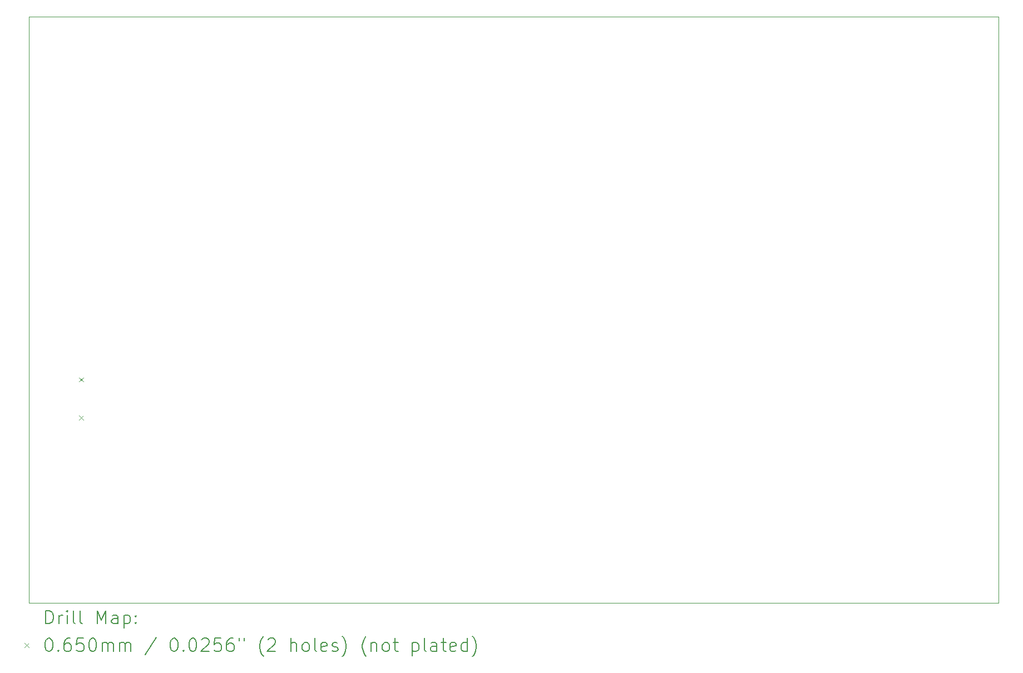
<source format=gbr>
%TF.GenerationSoftware,KiCad,Pcbnew,(6.0.7)*%
%TF.CreationDate,2023-05-24T13:21:02-04:00*%
%TF.ProjectId,ECELab_v1,4543454c-6162-45f7-9631-2e6b69636164,rev?*%
%TF.SameCoordinates,Original*%
%TF.FileFunction,Drillmap*%
%TF.FilePolarity,Positive*%
%FSLAX45Y45*%
G04 Gerber Fmt 4.5, Leading zero omitted, Abs format (unit mm)*
G04 Created by KiCad (PCBNEW (6.0.7)) date 2023-05-24 13:21:02*
%MOMM*%
%LPD*%
G01*
G04 APERTURE LIST*
%ADD10C,0.100000*%
%ADD11C,0.200000*%
%ADD12C,0.065000*%
G04 APERTURE END LIST*
D10*
X10393680Y-15212060D02*
X10393680Y-6283960D01*
X25146000Y-15212060D02*
X10393680Y-15212060D01*
X15748000Y-6283960D02*
X25146000Y-6283960D01*
X25146000Y-6283960D02*
X25146000Y-15212060D01*
X10393680Y-6283960D02*
X15748000Y-6283960D01*
D11*
D12*
X11154460Y-11779060D02*
X11219460Y-11844060D01*
X11219460Y-11779060D02*
X11154460Y-11844060D01*
X11154460Y-12357060D02*
X11219460Y-12422060D01*
X11219460Y-12357060D02*
X11154460Y-12422060D01*
D11*
X10646299Y-15527536D02*
X10646299Y-15327536D01*
X10693918Y-15327536D01*
X10722490Y-15337060D01*
X10741537Y-15356108D01*
X10751061Y-15375155D01*
X10760585Y-15413250D01*
X10760585Y-15441822D01*
X10751061Y-15479917D01*
X10741537Y-15498965D01*
X10722490Y-15518012D01*
X10693918Y-15527536D01*
X10646299Y-15527536D01*
X10846299Y-15527536D02*
X10846299Y-15394203D01*
X10846299Y-15432298D02*
X10855823Y-15413250D01*
X10865347Y-15403727D01*
X10884394Y-15394203D01*
X10903442Y-15394203D01*
X10970109Y-15527536D02*
X10970109Y-15394203D01*
X10970109Y-15327536D02*
X10960585Y-15337060D01*
X10970109Y-15346584D01*
X10979632Y-15337060D01*
X10970109Y-15327536D01*
X10970109Y-15346584D01*
X11093918Y-15527536D02*
X11074870Y-15518012D01*
X11065347Y-15498965D01*
X11065347Y-15327536D01*
X11198680Y-15527536D02*
X11179632Y-15518012D01*
X11170109Y-15498965D01*
X11170109Y-15327536D01*
X11427251Y-15527536D02*
X11427251Y-15327536D01*
X11493918Y-15470393D01*
X11560585Y-15327536D01*
X11560585Y-15527536D01*
X11741537Y-15527536D02*
X11741537Y-15422774D01*
X11732013Y-15403727D01*
X11712966Y-15394203D01*
X11674870Y-15394203D01*
X11655823Y-15403727D01*
X11741537Y-15518012D02*
X11722489Y-15527536D01*
X11674870Y-15527536D01*
X11655823Y-15518012D01*
X11646299Y-15498965D01*
X11646299Y-15479917D01*
X11655823Y-15460869D01*
X11674870Y-15451346D01*
X11722489Y-15451346D01*
X11741537Y-15441822D01*
X11836775Y-15394203D02*
X11836775Y-15594203D01*
X11836775Y-15403727D02*
X11855823Y-15394203D01*
X11893918Y-15394203D01*
X11912966Y-15403727D01*
X11922489Y-15413250D01*
X11932013Y-15432298D01*
X11932013Y-15489441D01*
X11922489Y-15508488D01*
X11912966Y-15518012D01*
X11893918Y-15527536D01*
X11855823Y-15527536D01*
X11836775Y-15518012D01*
X12017728Y-15508488D02*
X12027251Y-15518012D01*
X12017728Y-15527536D01*
X12008204Y-15518012D01*
X12017728Y-15508488D01*
X12017728Y-15527536D01*
X12017728Y-15403727D02*
X12027251Y-15413250D01*
X12017728Y-15422774D01*
X12008204Y-15413250D01*
X12017728Y-15403727D01*
X12017728Y-15422774D01*
D12*
X10323680Y-15824560D02*
X10388680Y-15889560D01*
X10388680Y-15824560D02*
X10323680Y-15889560D01*
D11*
X10684394Y-15747536D02*
X10703442Y-15747536D01*
X10722490Y-15757060D01*
X10732013Y-15766584D01*
X10741537Y-15785631D01*
X10751061Y-15823727D01*
X10751061Y-15871346D01*
X10741537Y-15909441D01*
X10732013Y-15928488D01*
X10722490Y-15938012D01*
X10703442Y-15947536D01*
X10684394Y-15947536D01*
X10665347Y-15938012D01*
X10655823Y-15928488D01*
X10646299Y-15909441D01*
X10636775Y-15871346D01*
X10636775Y-15823727D01*
X10646299Y-15785631D01*
X10655823Y-15766584D01*
X10665347Y-15757060D01*
X10684394Y-15747536D01*
X10836775Y-15928488D02*
X10846299Y-15938012D01*
X10836775Y-15947536D01*
X10827251Y-15938012D01*
X10836775Y-15928488D01*
X10836775Y-15947536D01*
X11017728Y-15747536D02*
X10979632Y-15747536D01*
X10960585Y-15757060D01*
X10951061Y-15766584D01*
X10932013Y-15795155D01*
X10922490Y-15833250D01*
X10922490Y-15909441D01*
X10932013Y-15928488D01*
X10941537Y-15938012D01*
X10960585Y-15947536D01*
X10998680Y-15947536D01*
X11017728Y-15938012D01*
X11027251Y-15928488D01*
X11036775Y-15909441D01*
X11036775Y-15861822D01*
X11027251Y-15842774D01*
X11017728Y-15833250D01*
X10998680Y-15823727D01*
X10960585Y-15823727D01*
X10941537Y-15833250D01*
X10932013Y-15842774D01*
X10922490Y-15861822D01*
X11217728Y-15747536D02*
X11122490Y-15747536D01*
X11112966Y-15842774D01*
X11122490Y-15833250D01*
X11141537Y-15823727D01*
X11189156Y-15823727D01*
X11208204Y-15833250D01*
X11217728Y-15842774D01*
X11227251Y-15861822D01*
X11227251Y-15909441D01*
X11217728Y-15928488D01*
X11208204Y-15938012D01*
X11189156Y-15947536D01*
X11141537Y-15947536D01*
X11122490Y-15938012D01*
X11112966Y-15928488D01*
X11351061Y-15747536D02*
X11370108Y-15747536D01*
X11389156Y-15757060D01*
X11398680Y-15766584D01*
X11408204Y-15785631D01*
X11417728Y-15823727D01*
X11417728Y-15871346D01*
X11408204Y-15909441D01*
X11398680Y-15928488D01*
X11389156Y-15938012D01*
X11370108Y-15947536D01*
X11351061Y-15947536D01*
X11332013Y-15938012D01*
X11322489Y-15928488D01*
X11312966Y-15909441D01*
X11303442Y-15871346D01*
X11303442Y-15823727D01*
X11312966Y-15785631D01*
X11322489Y-15766584D01*
X11332013Y-15757060D01*
X11351061Y-15747536D01*
X11503442Y-15947536D02*
X11503442Y-15814203D01*
X11503442Y-15833250D02*
X11512966Y-15823727D01*
X11532013Y-15814203D01*
X11560585Y-15814203D01*
X11579632Y-15823727D01*
X11589156Y-15842774D01*
X11589156Y-15947536D01*
X11589156Y-15842774D02*
X11598680Y-15823727D01*
X11617728Y-15814203D01*
X11646299Y-15814203D01*
X11665347Y-15823727D01*
X11674870Y-15842774D01*
X11674870Y-15947536D01*
X11770108Y-15947536D02*
X11770108Y-15814203D01*
X11770108Y-15833250D02*
X11779632Y-15823727D01*
X11798680Y-15814203D01*
X11827251Y-15814203D01*
X11846299Y-15823727D01*
X11855823Y-15842774D01*
X11855823Y-15947536D01*
X11855823Y-15842774D02*
X11865347Y-15823727D01*
X11884394Y-15814203D01*
X11912966Y-15814203D01*
X11932013Y-15823727D01*
X11941537Y-15842774D01*
X11941537Y-15947536D01*
X12332013Y-15738012D02*
X12160585Y-15995155D01*
X12589156Y-15747536D02*
X12608204Y-15747536D01*
X12627251Y-15757060D01*
X12636775Y-15766584D01*
X12646299Y-15785631D01*
X12655823Y-15823727D01*
X12655823Y-15871346D01*
X12646299Y-15909441D01*
X12636775Y-15928488D01*
X12627251Y-15938012D01*
X12608204Y-15947536D01*
X12589156Y-15947536D01*
X12570108Y-15938012D01*
X12560585Y-15928488D01*
X12551061Y-15909441D01*
X12541537Y-15871346D01*
X12541537Y-15823727D01*
X12551061Y-15785631D01*
X12560585Y-15766584D01*
X12570108Y-15757060D01*
X12589156Y-15747536D01*
X12741537Y-15928488D02*
X12751061Y-15938012D01*
X12741537Y-15947536D01*
X12732013Y-15938012D01*
X12741537Y-15928488D01*
X12741537Y-15947536D01*
X12874870Y-15747536D02*
X12893918Y-15747536D01*
X12912966Y-15757060D01*
X12922489Y-15766584D01*
X12932013Y-15785631D01*
X12941537Y-15823727D01*
X12941537Y-15871346D01*
X12932013Y-15909441D01*
X12922489Y-15928488D01*
X12912966Y-15938012D01*
X12893918Y-15947536D01*
X12874870Y-15947536D01*
X12855823Y-15938012D01*
X12846299Y-15928488D01*
X12836775Y-15909441D01*
X12827251Y-15871346D01*
X12827251Y-15823727D01*
X12836775Y-15785631D01*
X12846299Y-15766584D01*
X12855823Y-15757060D01*
X12874870Y-15747536D01*
X13017728Y-15766584D02*
X13027251Y-15757060D01*
X13046299Y-15747536D01*
X13093918Y-15747536D01*
X13112966Y-15757060D01*
X13122489Y-15766584D01*
X13132013Y-15785631D01*
X13132013Y-15804679D01*
X13122489Y-15833250D01*
X13008204Y-15947536D01*
X13132013Y-15947536D01*
X13312966Y-15747536D02*
X13217728Y-15747536D01*
X13208204Y-15842774D01*
X13217728Y-15833250D01*
X13236775Y-15823727D01*
X13284394Y-15823727D01*
X13303442Y-15833250D01*
X13312966Y-15842774D01*
X13322489Y-15861822D01*
X13322489Y-15909441D01*
X13312966Y-15928488D01*
X13303442Y-15938012D01*
X13284394Y-15947536D01*
X13236775Y-15947536D01*
X13217728Y-15938012D01*
X13208204Y-15928488D01*
X13493918Y-15747536D02*
X13455823Y-15747536D01*
X13436775Y-15757060D01*
X13427251Y-15766584D01*
X13408204Y-15795155D01*
X13398680Y-15833250D01*
X13398680Y-15909441D01*
X13408204Y-15928488D01*
X13417728Y-15938012D01*
X13436775Y-15947536D01*
X13474870Y-15947536D01*
X13493918Y-15938012D01*
X13503442Y-15928488D01*
X13512966Y-15909441D01*
X13512966Y-15861822D01*
X13503442Y-15842774D01*
X13493918Y-15833250D01*
X13474870Y-15823727D01*
X13436775Y-15823727D01*
X13417728Y-15833250D01*
X13408204Y-15842774D01*
X13398680Y-15861822D01*
X13589156Y-15747536D02*
X13589156Y-15785631D01*
X13665347Y-15747536D02*
X13665347Y-15785631D01*
X13960585Y-16023727D02*
X13951061Y-16014203D01*
X13932013Y-15985631D01*
X13922489Y-15966584D01*
X13912966Y-15938012D01*
X13903442Y-15890393D01*
X13903442Y-15852298D01*
X13912966Y-15804679D01*
X13922489Y-15776108D01*
X13932013Y-15757060D01*
X13951061Y-15728488D01*
X13960585Y-15718965D01*
X14027251Y-15766584D02*
X14036775Y-15757060D01*
X14055823Y-15747536D01*
X14103442Y-15747536D01*
X14122489Y-15757060D01*
X14132013Y-15766584D01*
X14141537Y-15785631D01*
X14141537Y-15804679D01*
X14132013Y-15833250D01*
X14017728Y-15947536D01*
X14141537Y-15947536D01*
X14379632Y-15947536D02*
X14379632Y-15747536D01*
X14465347Y-15947536D02*
X14465347Y-15842774D01*
X14455823Y-15823727D01*
X14436775Y-15814203D01*
X14408204Y-15814203D01*
X14389156Y-15823727D01*
X14379632Y-15833250D01*
X14589156Y-15947536D02*
X14570108Y-15938012D01*
X14560585Y-15928488D01*
X14551061Y-15909441D01*
X14551061Y-15852298D01*
X14560585Y-15833250D01*
X14570108Y-15823727D01*
X14589156Y-15814203D01*
X14617728Y-15814203D01*
X14636775Y-15823727D01*
X14646299Y-15833250D01*
X14655823Y-15852298D01*
X14655823Y-15909441D01*
X14646299Y-15928488D01*
X14636775Y-15938012D01*
X14617728Y-15947536D01*
X14589156Y-15947536D01*
X14770108Y-15947536D02*
X14751061Y-15938012D01*
X14741537Y-15918965D01*
X14741537Y-15747536D01*
X14922489Y-15938012D02*
X14903442Y-15947536D01*
X14865347Y-15947536D01*
X14846299Y-15938012D01*
X14836775Y-15918965D01*
X14836775Y-15842774D01*
X14846299Y-15823727D01*
X14865347Y-15814203D01*
X14903442Y-15814203D01*
X14922489Y-15823727D01*
X14932013Y-15842774D01*
X14932013Y-15861822D01*
X14836775Y-15880869D01*
X15008204Y-15938012D02*
X15027251Y-15947536D01*
X15065347Y-15947536D01*
X15084394Y-15938012D01*
X15093918Y-15918965D01*
X15093918Y-15909441D01*
X15084394Y-15890393D01*
X15065347Y-15880869D01*
X15036775Y-15880869D01*
X15017728Y-15871346D01*
X15008204Y-15852298D01*
X15008204Y-15842774D01*
X15017728Y-15823727D01*
X15036775Y-15814203D01*
X15065347Y-15814203D01*
X15084394Y-15823727D01*
X15160585Y-16023727D02*
X15170108Y-16014203D01*
X15189156Y-15985631D01*
X15198680Y-15966584D01*
X15208204Y-15938012D01*
X15217728Y-15890393D01*
X15217728Y-15852298D01*
X15208204Y-15804679D01*
X15198680Y-15776108D01*
X15189156Y-15757060D01*
X15170108Y-15728488D01*
X15160585Y-15718965D01*
X15522489Y-16023727D02*
X15512966Y-16014203D01*
X15493918Y-15985631D01*
X15484394Y-15966584D01*
X15474870Y-15938012D01*
X15465347Y-15890393D01*
X15465347Y-15852298D01*
X15474870Y-15804679D01*
X15484394Y-15776108D01*
X15493918Y-15757060D01*
X15512966Y-15728488D01*
X15522489Y-15718965D01*
X15598680Y-15814203D02*
X15598680Y-15947536D01*
X15598680Y-15833250D02*
X15608204Y-15823727D01*
X15627251Y-15814203D01*
X15655823Y-15814203D01*
X15674870Y-15823727D01*
X15684394Y-15842774D01*
X15684394Y-15947536D01*
X15808204Y-15947536D02*
X15789156Y-15938012D01*
X15779632Y-15928488D01*
X15770108Y-15909441D01*
X15770108Y-15852298D01*
X15779632Y-15833250D01*
X15789156Y-15823727D01*
X15808204Y-15814203D01*
X15836775Y-15814203D01*
X15855823Y-15823727D01*
X15865347Y-15833250D01*
X15874870Y-15852298D01*
X15874870Y-15909441D01*
X15865347Y-15928488D01*
X15855823Y-15938012D01*
X15836775Y-15947536D01*
X15808204Y-15947536D01*
X15932013Y-15814203D02*
X16008204Y-15814203D01*
X15960585Y-15747536D02*
X15960585Y-15918965D01*
X15970108Y-15938012D01*
X15989156Y-15947536D01*
X16008204Y-15947536D01*
X16227251Y-15814203D02*
X16227251Y-16014203D01*
X16227251Y-15823727D02*
X16246299Y-15814203D01*
X16284394Y-15814203D01*
X16303442Y-15823727D01*
X16312966Y-15833250D01*
X16322489Y-15852298D01*
X16322489Y-15909441D01*
X16312966Y-15928488D01*
X16303442Y-15938012D01*
X16284394Y-15947536D01*
X16246299Y-15947536D01*
X16227251Y-15938012D01*
X16436775Y-15947536D02*
X16417728Y-15938012D01*
X16408204Y-15918965D01*
X16408204Y-15747536D01*
X16598680Y-15947536D02*
X16598680Y-15842774D01*
X16589156Y-15823727D01*
X16570108Y-15814203D01*
X16532013Y-15814203D01*
X16512966Y-15823727D01*
X16598680Y-15938012D02*
X16579632Y-15947536D01*
X16532013Y-15947536D01*
X16512966Y-15938012D01*
X16503442Y-15918965D01*
X16503442Y-15899917D01*
X16512966Y-15880869D01*
X16532013Y-15871346D01*
X16579632Y-15871346D01*
X16598680Y-15861822D01*
X16665347Y-15814203D02*
X16741537Y-15814203D01*
X16693918Y-15747536D02*
X16693918Y-15918965D01*
X16703442Y-15938012D01*
X16722489Y-15947536D01*
X16741537Y-15947536D01*
X16884394Y-15938012D02*
X16865347Y-15947536D01*
X16827251Y-15947536D01*
X16808204Y-15938012D01*
X16798680Y-15918965D01*
X16798680Y-15842774D01*
X16808204Y-15823727D01*
X16827251Y-15814203D01*
X16865347Y-15814203D01*
X16884394Y-15823727D01*
X16893918Y-15842774D01*
X16893918Y-15861822D01*
X16798680Y-15880869D01*
X17065347Y-15947536D02*
X17065347Y-15747536D01*
X17065347Y-15938012D02*
X17046299Y-15947536D01*
X17008204Y-15947536D01*
X16989156Y-15938012D01*
X16979632Y-15928488D01*
X16970109Y-15909441D01*
X16970109Y-15852298D01*
X16979632Y-15833250D01*
X16989156Y-15823727D01*
X17008204Y-15814203D01*
X17046299Y-15814203D01*
X17065347Y-15823727D01*
X17141537Y-16023727D02*
X17151061Y-16014203D01*
X17170109Y-15985631D01*
X17179632Y-15966584D01*
X17189156Y-15938012D01*
X17198680Y-15890393D01*
X17198680Y-15852298D01*
X17189156Y-15804679D01*
X17179632Y-15776108D01*
X17170109Y-15757060D01*
X17151061Y-15728488D01*
X17141537Y-15718965D01*
M02*

</source>
